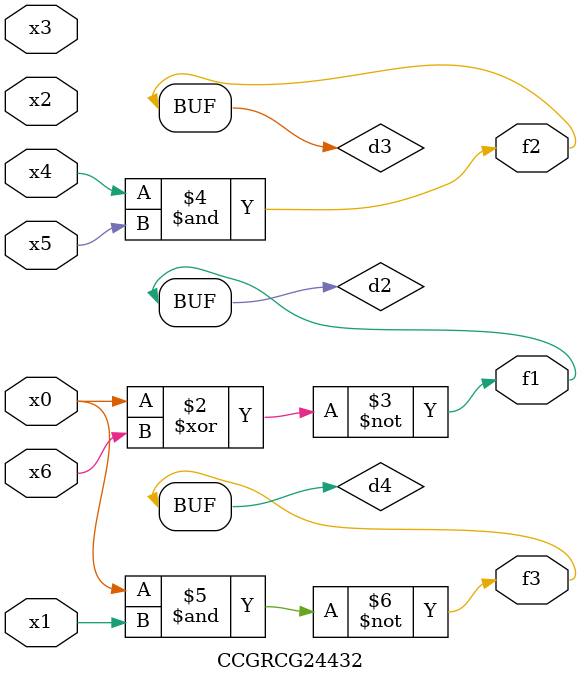
<source format=v>
module CCGRCG24432(
	input x0, x1, x2, x3, x4, x5, x6,
	output f1, f2, f3
);

	wire d1, d2, d3, d4;

	nor (d1, x0);
	xnor (d2, x0, x6);
	and (d3, x4, x5);
	nand (d4, x0, x1);
	assign f1 = d2;
	assign f2 = d3;
	assign f3 = d4;
endmodule

</source>
